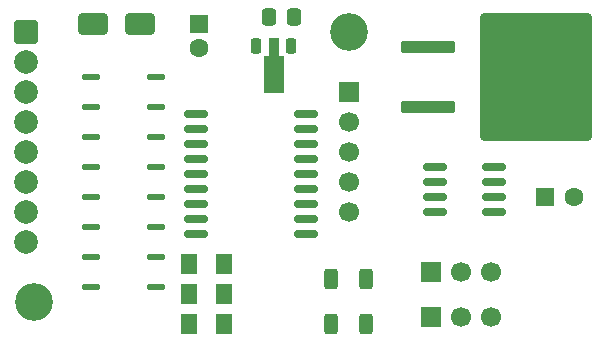
<source format=gts>
G04 #@! TF.GenerationSoftware,KiCad,Pcbnew,9.0.6*
G04 #@! TF.CreationDate,2025-12-01T20:46:10-08:00*
G04 #@! TF.ProjectId,RocketServo,526f636b-6574-4536-9572-766f2e6b6963,n/c*
G04 #@! TF.SameCoordinates,Original*
G04 #@! TF.FileFunction,Soldermask,Top*
G04 #@! TF.FilePolarity,Negative*
%FSLAX46Y46*%
G04 Gerber Fmt 4.6, Leading zero omitted, Abs format (unit mm)*
G04 Created by KiCad (PCBNEW 9.0.6) date 2025-12-01 20:46:10*
%MOMM*%
%LPD*%
G01*
G04 APERTURE LIST*
G04 Aperture macros list*
%AMRoundRect*
0 Rectangle with rounded corners*
0 $1 Rounding radius*
0 $2 $3 $4 $5 $6 $7 $8 $9 X,Y pos of 4 corners*
0 Add a 4 corners polygon primitive as box body*
4,1,4,$2,$3,$4,$5,$6,$7,$8,$9,$2,$3,0*
0 Add four circle primitives for the rounded corners*
1,1,$1+$1,$2,$3*
1,1,$1+$1,$4,$5*
1,1,$1+$1,$6,$7*
1,1,$1+$1,$8,$9*
0 Add four rect primitives between the rounded corners*
20,1,$1+$1,$2,$3,$4,$5,0*
20,1,$1+$1,$4,$5,$6,$7,0*
20,1,$1+$1,$6,$7,$8,$9,0*
20,1,$1+$1,$8,$9,$2,$3,0*%
%AMFreePoly0*
4,1,9,3.862500,-0.866500,0.737500,-0.866500,0.737500,-0.450000,-0.737500,-0.450000,-0.737500,0.450000,0.737500,0.450000,0.737500,0.866500,3.862500,0.866500,3.862500,-0.866500,3.862500,-0.866500,$1*%
G04 Aperture macros list end*
%ADD10RoundRect,0.250001X-0.462499X-0.624999X0.462499X-0.624999X0.462499X0.624999X-0.462499X0.624999X0*%
%ADD11RoundRect,0.137500X0.587500X0.137500X-0.587500X0.137500X-0.587500X-0.137500X0.587500X-0.137500X0*%
%ADD12RoundRect,0.250000X0.337500X0.475000X-0.337500X0.475000X-0.337500X-0.475000X0.337500X-0.475000X0*%
%ADD13RoundRect,0.225000X-0.225000X0.425000X-0.225000X-0.425000X0.225000X-0.425000X0.225000X0.425000X0*%
%ADD14FreePoly0,270.000000*%
%ADD15RoundRect,0.150000X-0.875000X-0.150000X0.875000X-0.150000X0.875000X0.150000X-0.875000X0.150000X0*%
%ADD16RoundRect,0.250000X-0.312500X-0.625000X0.312500X-0.625000X0.312500X0.625000X-0.312500X0.625000X0*%
%ADD17R,1.700000X1.700000*%
%ADD18C,1.700000*%
%ADD19RoundRect,0.250000X-0.550000X-0.550000X0.550000X-0.550000X0.550000X0.550000X-0.550000X0.550000X0*%
%ADD20C,1.600000*%
%ADD21RoundRect,0.250000X1.000000X0.650000X-1.000000X0.650000X-1.000000X-0.650000X1.000000X-0.650000X0*%
%ADD22C,3.200000*%
%ADD23RoundRect,0.150000X-0.825000X-0.150000X0.825000X-0.150000X0.825000X0.150000X-0.825000X0.150000X0*%
%ADD24RoundRect,0.250000X-0.750000X0.750000X-0.750000X-0.750000X0.750000X-0.750000X0.750000X0.750000X0*%
%ADD25C,2.000000*%
%ADD26RoundRect,0.137500X-0.587500X-0.137500X0.587500X-0.137500X0.587500X0.137500X-0.587500X0.137500X0*%
%ADD27RoundRect,0.250000X-0.550000X0.550000X-0.550000X-0.550000X0.550000X-0.550000X0.550000X0.550000X0*%
%ADD28RoundRect,0.250000X-2.050000X-0.300000X2.050000X-0.300000X2.050000X0.300000X-2.050000X0.300000X0*%
%ADD29RoundRect,0.250002X-4.449998X-5.149998X4.449998X-5.149998X4.449998X5.149998X-4.449998X5.149998X0*%
G04 APERTURE END LIST*
D10*
X85507500Y-121285000D03*
X88482500Y-121285000D03*
D11*
X82760000Y-120650000D03*
X82760000Y-118110000D03*
X77260000Y-118110000D03*
X77260000Y-120650000D03*
D10*
X85507500Y-123825000D03*
X88482500Y-123825000D03*
D12*
X94382500Y-97790000D03*
X92307500Y-97790000D03*
D13*
X94210000Y-100285000D03*
D14*
X92710000Y-100372500D03*
D13*
X91210000Y-100285000D03*
D15*
X86155000Y-106045000D03*
X86155000Y-107315000D03*
X86155000Y-108585000D03*
X86155000Y-109855000D03*
X86155000Y-111125000D03*
X86155000Y-112395000D03*
X86155000Y-113665000D03*
X86155000Y-114935000D03*
X86155000Y-116205000D03*
X95455000Y-116205000D03*
X95455000Y-114935000D03*
X95455000Y-113665000D03*
X95455000Y-112395000D03*
X95455000Y-111125000D03*
X95455000Y-109855000D03*
X95455000Y-108585000D03*
X95455000Y-107315000D03*
X95455000Y-106045000D03*
D16*
X97597500Y-123825000D03*
X100522500Y-123825000D03*
D10*
X85507500Y-118745000D03*
X88482500Y-118745000D03*
D11*
X82760000Y-110490000D03*
X82760000Y-107950000D03*
X77260000Y-107950000D03*
X77260000Y-110490000D03*
D17*
X106045000Y-119380000D03*
D18*
X108585000Y-119380000D03*
X111125000Y-119380000D03*
D19*
X115657621Y-113030000D03*
D20*
X118157621Y-113030000D03*
D21*
X81375000Y-98425000D03*
X77375000Y-98425000D03*
D22*
X72390000Y-121920000D03*
D17*
X99060000Y-104140000D03*
D18*
X99060000Y-106680000D03*
X99060000Y-109220000D03*
X99060000Y-111760000D03*
X99060000Y-114300000D03*
D17*
X106045000Y-123190000D03*
D18*
X108585000Y-123190000D03*
X111125000Y-123190000D03*
D22*
X99060000Y-99060000D03*
D23*
X106380000Y-110490000D03*
X106380000Y-111760000D03*
X106380000Y-113030000D03*
X106380000Y-114300000D03*
X111330000Y-114300000D03*
X111330000Y-113030000D03*
X111330000Y-111760000D03*
X111330000Y-110490000D03*
D24*
X71755000Y-99060000D03*
D25*
X71755000Y-101600000D03*
X71755000Y-104140000D03*
X71755000Y-106680000D03*
X71755000Y-109220000D03*
X71755000Y-111760000D03*
X71755000Y-114300000D03*
X71755000Y-116840000D03*
D26*
X77260000Y-113030000D03*
X77260000Y-115570000D03*
X82760000Y-115570000D03*
X82760000Y-113030000D03*
D27*
X86360000Y-98425000D03*
D20*
X86360000Y-100425000D03*
D16*
X97597500Y-120015000D03*
X100522500Y-120015000D03*
D26*
X77260000Y-102870000D03*
X77260000Y-105410000D03*
X82760000Y-105410000D03*
X82760000Y-102870000D03*
D28*
X105785000Y-100330000D03*
D29*
X114935000Y-102870000D03*
D28*
X105785000Y-105410000D03*
M02*

</source>
